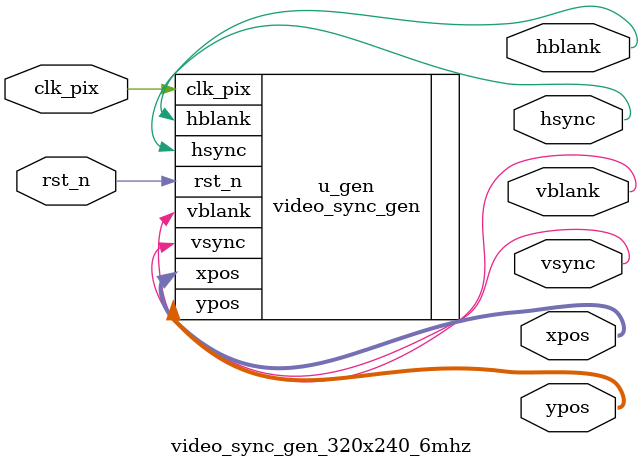
<source format=sv>
module video_sync_gen_320x240_6mhz (
  input  logic clk_pix,  // 6 MHz
  input  logic rst_n,
  output logic [8:0] xpos,  // 0..319
  output logic [7:0] ypos,  // 0..239
  output logic hblank, vblank, hsync, vsync
);
  video_sync_gen #(
    .H_TOTAL (384), .H_ACTIVE(320), .H_FP(8),  .H_SYNC(32), .H_BP(24),
    .V_TOTAL (262), .V_ACTIVE(240), .V_FP(4),  .V_SYNC(3),  .V_BP(15),
    .HSYNC_ACTIVE_LOW(1), .VSYNC_ACTIVE_LOW(1)
  ) u_gen (
    .clk_pix, .rst_n, .xpos, .ypos, .hblank, .vblank, .hsync, .vsync
  );
endmodule
</source>
